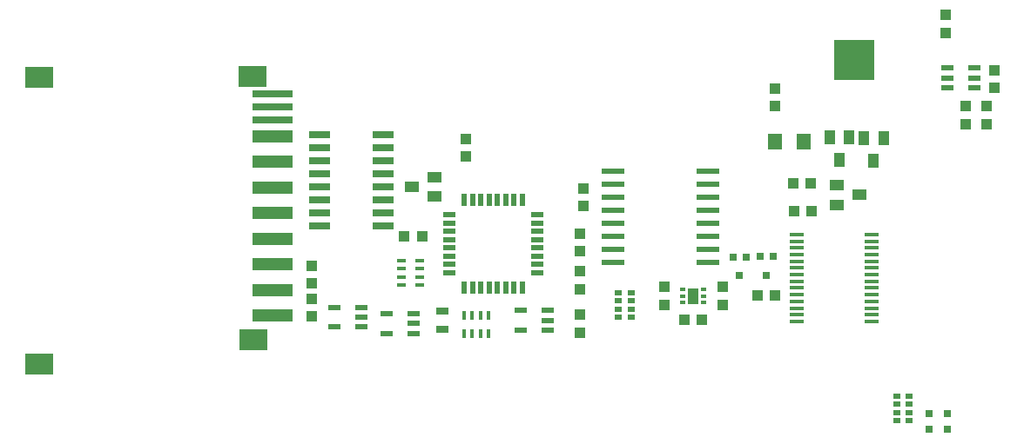
<source format=gtp>
G75*
%MOIN*%
%OFA0B0*%
%FSLAX24Y24*%
%IPPOS*%
%LPD*%
%AMOC8*
5,1,8,0,0,1.08239X$1,22.5*
%
%ADD10R,0.0394X0.0433*%
%ADD11R,0.0472X0.0315*%
%ADD12R,0.0433X0.0394*%
%ADD13R,0.0800X0.0260*%
%ADD14R,0.0472X0.0217*%
%ADD15R,0.1102X0.0787*%
%ADD16R,0.1575X0.0276*%
%ADD17R,0.1575X0.0472*%
%ADD18R,0.1560X0.1560*%
%ADD19R,0.0866X0.0236*%
%ADD20R,0.0500X0.0220*%
%ADD21R,0.0220X0.0500*%
%ADD22R,0.0394X0.0551*%
%ADD23R,0.0480X0.0245*%
%ADD24R,0.0160X0.0320*%
%ADD25R,0.0320X0.0160*%
%ADD26R,0.0551X0.0630*%
%ADD27R,0.0315X0.0315*%
%ADD28R,0.0551X0.0394*%
%ADD29R,0.0276X0.0276*%
%ADD30R,0.0550X0.0137*%
%ADD31R,0.0256X0.0197*%
%ADD32R,0.0240X0.0140*%
%ADD33R,0.0390X0.0630*%
D10*
X012305Y005595D03*
X012305Y006265D03*
X012305Y006845D03*
X012305Y007515D03*
X022560Y008095D03*
X022560Y008765D03*
X022680Y009830D03*
X022680Y010500D03*
X025810Y006705D03*
X025810Y006035D03*
X028030Y006035D03*
X028030Y006705D03*
X029375Y006400D03*
X030045Y006400D03*
X022555Y005640D03*
X022555Y004970D03*
X037315Y012970D03*
X038115Y012970D03*
X038115Y013640D03*
X037315Y013640D03*
X038430Y014345D03*
X038430Y015015D03*
D11*
X017305Y005784D03*
X017305Y005076D03*
D12*
X022555Y006635D03*
X022555Y007305D03*
X026555Y005470D03*
X027225Y005470D03*
X030756Y009635D03*
X031425Y009635D03*
X031390Y010680D03*
X030720Y010680D03*
X030036Y013646D03*
X030036Y014315D03*
X036555Y016470D03*
X036555Y017140D03*
X018180Y012390D03*
X018180Y011720D03*
X016515Y008655D03*
X015845Y008655D03*
D13*
X015015Y009055D03*
X015015Y009555D03*
X015015Y010055D03*
X015015Y010555D03*
X015015Y011055D03*
X015015Y011555D03*
X015015Y012055D03*
X015015Y012555D03*
X012595Y012555D03*
X012595Y012055D03*
X012595Y011555D03*
X012595Y011055D03*
X012595Y010555D03*
X012595Y010055D03*
X012595Y009555D03*
X012595Y009055D03*
D14*
X013168Y005929D03*
X014192Y005929D03*
X014192Y005555D03*
X014192Y005181D03*
X013168Y005181D03*
X015168Y004931D03*
X016192Y004931D03*
X016192Y005305D03*
X016192Y005679D03*
X015168Y005679D03*
X020293Y005804D03*
X021317Y005804D03*
X021317Y005430D03*
X021317Y005056D03*
X020293Y005056D03*
D15*
X001847Y003754D03*
X010076Y004699D03*
X001847Y014738D03*
X010036Y014777D03*
D16*
X010784Y014108D03*
X010784Y013636D03*
X010784Y013124D03*
D17*
X010784Y012494D03*
X010784Y011510D03*
X010784Y010525D03*
X010784Y009541D03*
X010784Y008557D03*
X010784Y007573D03*
X010784Y006588D03*
X010784Y005604D03*
D18*
X033055Y015430D03*
D19*
X027451Y011160D03*
X027451Y010660D03*
X027451Y010160D03*
X027451Y009660D03*
X027451Y009160D03*
X027451Y008660D03*
X027451Y008160D03*
X027451Y007660D03*
X023829Y007660D03*
X023829Y008160D03*
X023829Y008660D03*
X023829Y009160D03*
X023829Y009660D03*
X023829Y010160D03*
X023829Y010660D03*
X023829Y011160D03*
D20*
X020935Y009472D03*
X020935Y009157D03*
X020935Y008842D03*
X020935Y008527D03*
X020935Y008213D03*
X020935Y007898D03*
X020935Y007583D03*
X020935Y007268D03*
X017555Y007268D03*
X017555Y007583D03*
X017555Y007898D03*
X017555Y008213D03*
X017555Y008527D03*
X017555Y008842D03*
X017555Y009157D03*
X017555Y009472D03*
D21*
X018143Y010060D03*
X018458Y010060D03*
X018773Y010060D03*
X019088Y010060D03*
X019402Y010060D03*
X019717Y010060D03*
X020032Y010060D03*
X020347Y010060D03*
X020347Y006680D03*
X020032Y006680D03*
X019717Y006680D03*
X019402Y006680D03*
X019088Y006680D03*
X018773Y006680D03*
X018458Y006680D03*
X018143Y006680D03*
D22*
X032113Y012445D03*
X032861Y012445D03*
X033436Y012435D03*
X034184Y012435D03*
X033810Y011569D03*
X032487Y011579D03*
D23*
X036639Y014357D03*
X036639Y014731D03*
X036639Y015105D03*
X037670Y015105D03*
X037670Y014731D03*
X037670Y014357D03*
D24*
X019067Y005613D03*
X018752Y005613D03*
X018437Y005613D03*
X018122Y005613D03*
X018122Y004904D03*
X018437Y004904D03*
X018752Y004904D03*
X019067Y004904D03*
D25*
X016424Y006786D03*
X016424Y007101D03*
X016424Y007416D03*
X016424Y007731D03*
X015715Y007731D03*
X015715Y007416D03*
X015715Y007101D03*
X015715Y006786D03*
D26*
X030026Y012281D03*
X031129Y012281D03*
D27*
X035933Y001841D03*
X036625Y001841D03*
X036625Y001251D03*
X035933Y001251D03*
D28*
X032400Y009864D03*
X033267Y010238D03*
X032400Y010612D03*
X016988Y010929D03*
X016122Y010555D03*
X016988Y010181D03*
D29*
X028423Y007868D03*
X028935Y007868D03*
X029450Y007873D03*
X029961Y007873D03*
X029706Y007145D03*
X028679Y007140D03*
D30*
X030866Y007183D03*
X030866Y007439D03*
X030866Y007695D03*
X030866Y007951D03*
X030866Y008207D03*
X030866Y008462D03*
X030866Y008718D03*
X033744Y008718D03*
X033744Y008462D03*
X033744Y008207D03*
X033744Y007951D03*
X033744Y007695D03*
X033744Y007439D03*
X033744Y007183D03*
X033744Y006927D03*
X033744Y006671D03*
X033744Y006415D03*
X033744Y006159D03*
X033744Y005903D03*
X033744Y005648D03*
X033744Y005392D03*
X030866Y005392D03*
X030866Y005648D03*
X030866Y005903D03*
X030866Y006159D03*
X030866Y006415D03*
X030866Y006671D03*
X030866Y006927D03*
D31*
X024531Y006492D03*
X024039Y006492D03*
X024039Y006177D03*
X024039Y005863D03*
X024531Y005863D03*
X024531Y006177D03*
X024531Y005548D03*
X024039Y005548D03*
X034684Y002527D03*
X034684Y002212D03*
X035176Y002212D03*
X035176Y002527D03*
X035176Y001898D03*
X034684Y001898D03*
X034684Y001583D03*
X035176Y001583D03*
D32*
X027300Y006110D03*
X027300Y006370D03*
X027300Y006630D03*
X026480Y006630D03*
X026480Y006370D03*
X026480Y006110D03*
D33*
X026890Y006370D03*
M02*

</source>
